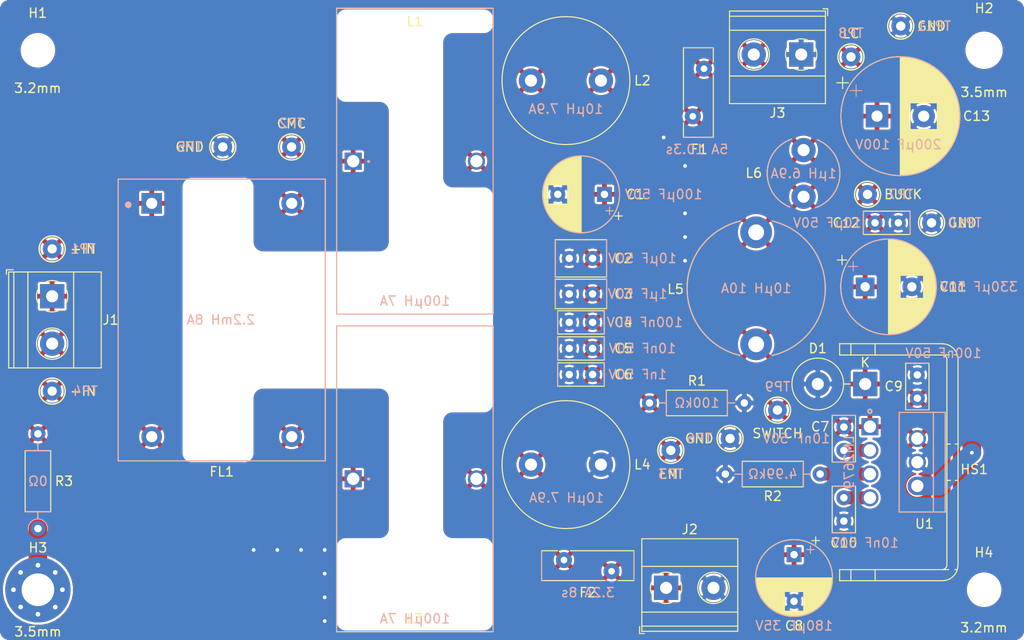
<source format=kicad_pcb>
(kicad_pcb (version 20171130) (host pcbnew "(5.1.9-0-10_14)")
  (layers (0 Front mixed) (31 Back mixed) (34 B.Paste user) (35 F.Paste user) (36 B.SilkS user) (37 F.SilkS user) (38 B.Mask user) (39 F.Mask user) (44 Edge.Cuts user))
  (net 0 "")
  (net 1 GND)
  (net 2 +12V)
  (net 3 "Net-(C7-Pad2)")
  (net 4 "Net-(C7-Pad1)")
  (net 5 "Net-(C10-Pad1)")
  (net 6 BUCK.OUT)
  (net 7 +5V)
  (net 8 "Net-(F1-Pad1)")
  (net 9 "Net-(F2-Pad1)")
  (net 10 "Net-(FL1-Pad1)")
  (net 11 "Net-(FL1-Pad4)")
  (net 12 "Net-(FL1-Pad3)")
  (net 13 "Net-(L1-Pad2)")
  (net 14 "Net-(L3-Pad2)")
  (net 15 "Net-(R2-Pad1)")
  (net 16 "Net-(H3-Pad1)")
  (net 17 -IN)
  (module Package_TO_SOT_THT:LM2679T-5.0&slash_NOPB (layer Front) (at 196.088 108.204 270)
    (fp_text reference U1 (at 10.414 -5.842 180) (layer F.SilkS))
    (fp_text value LM2679 (at 3.80746 2.22504 90) (layer B.SilkS) (effects (justify mirror)))
    (pad 1 thru_hole rect (at 0 0 270) (size 1.8288 1.8288) (drill 1.3208) (layers *.Cu *.Mask) (net 4 "Net-(C7-Pad1)"))
    (pad 2 thru_hole circle (at 1.27 -5.08 270) (size 1.8288 1.8288) (drill 1.3208) (layers *.Cu *.Mask) (net 2 +12V))
    (pad 3 thru_hole circle (at 2.54 0 270) (size 1.8288 1.8288) (drill 1.3208) (layers *.Cu *.Mask) (net 3 "Net-(C7-Pad2)"))
    (pad 4 thru_hole circle (at 3.81 -5.08 270) (size 1.8288 1.8288) (drill 1.3208) (layers *.Cu *.Mask) (net 1 GND))
    (pad 5 thru_hole circle (at 5.08 0 270) (size 1.8288 1.8288) (drill 1.3208) (layers *.Cu *.Mask) (net 15 "Net-(R2-Pad1)"))
    (pad 6 thru_hole circle (at 6.35 -5.08 270) (size 1.8288 1.8288) (drill 1.3208) (layers *.Cu *.Mask) (net 6 BUCK.OUT))
    (pad 7 thru_hole circle (at 7.62 0 270) (size 1.8288 1.8288) (drill 1.3208) (layers *.Cu *.Mask) (net 5 "Net-(C10-Pad1)"))
  )
  (module Resistor_THT:R_Axial_DIN0207_L6.3mm_D2.5mm_P10.16mm_Horizontal (layer Front) (at 190.754 113.284 180)
    (fp_text reference R2 (at 5.08 -2.37) (layer F.SilkS))
    (fp_text value 4.99kΩ (at 5.08 0) (layer B.SilkS) (effects (justify mirror)))
    (pad 2 thru_hole oval (at 10.16 0 180) (size 1.6 1.6) (drill 0.8) (layers *.Cu *.Mask) (net 1 GND))
    (pad 1 thru_hole circle (at 0 0 180) (size 1.6 1.6) (drill 0.8) (layers *.Cu *.Mask) (net 15 "Net-(R2-Pad1)"))
  )
  (module Resistor_THT:R_Axial_DIN0207_L6.3mm_D2.5mm_P10.16mm_Horizontal (layer Front) (at 172.466 105.664)
    (fp_text reference R1 (at 5.08 -2.37) (layer F.SilkS))
    (fp_text value 100kΩ (at 5.08 0) (layer B.SilkS) (effects (justify mirror)))
    (pad 2 thru_hole oval (at 10.16 0) (size 1.6 1.6) (drill 0.8) (layers *.Cu *.Mask) (net 1 GND))
    (pad 1 thru_hole circle (at 0 0) (size 1.6 1.6) (drill 0.8) (layers *.Cu *.Mask) (net 2 +12V))
  )
  (module TestPoint:TestPoint_Keystone_5000-5004_Miniature (layer Front) (at 195.834 83.312)
    (fp_text reference TP7 (at 3.556 0) (layer B.SilkS) (effects (justify mirror)))
    (fp_text value BUCK (at 3.81 0) (layer F.SilkS))
    (pad 1 thru_hole circle (at 0 0) (size 2 2) (drill 1) (layers *.Cu *.Mask) (net 6 BUCK.OUT))
  )
  (module Resistor_THT:R_Axial_DIN0207_L6.3mm_D2.5mm_P10.16mm_Horizontal (layer Front) (at 106.934 108.966 270)
    (fp_text reference R3 (at 5.08 -2.794 180) (layer F.SilkS))
    (fp_text value 0Ω (at 5.08 0 180) (layer B.SilkS) (effects (justify mirror)))
    (pad 2 thru_hole oval (at 10.16 0 270) (size 1.6 1.6) (drill 0.8) (layers *.Cu *.Mask) (net 16 "Net-(H3-Pad1)"))
    (pad 1 thru_hole circle (at 0 0 270) (size 1.6 1.6) (drill 0.8) (layers *.Cu *.Mask) (net 17 -IN))
  )
  (module MountingHole:MountingHole_3.5mm_Pad_Via (layer Front) (at 106.934 125.679)
    (fp_text reference H3 (at 0 -4.5) (layer F.SilkS))
    (fp_text value 3.5mm (at 0 4.5) (layer F.SilkS))
    (pad 1 thru_hole circle (at 1.856155 -1.856155) (size 0.8 0.8) (drill 0.5) (layers *.Cu *.Mask) (net 16 "Net-(H3-Pad1)"))
    (pad 1 thru_hole circle (at 0 -2.625) (size 0.8 0.8) (drill 0.5) (layers *.Cu *.Mask) (net 16 "Net-(H3-Pad1)"))
    (pad 1 thru_hole circle (at -1.856155 -1.856155) (size 0.8 0.8) (drill 0.5) (layers *.Cu *.Mask) (net 16 "Net-(H3-Pad1)"))
    (pad 1 thru_hole circle (at -2.625 0) (size 0.8 0.8) (drill 0.5) (layers *.Cu *.Mask) (net 16 "Net-(H3-Pad1)"))
    (pad 1 thru_hole circle (at -1.856155 1.856155) (size 0.8 0.8) (drill 0.5) (layers *.Cu *.Mask) (net 16 "Net-(H3-Pad1)"))
    (pad 1 thru_hole circle (at 0 2.625) (size 0.8 0.8) (drill 0.5) (layers *.Cu *.Mask) (net 16 "Net-(H3-Pad1)"))
    (pad 1 thru_hole circle (at 1.856155 1.856155) (size 0.8 0.8) (drill 0.5) (layers *.Cu *.Mask) (net 16 "Net-(H3-Pad1)"))
    (pad 1 thru_hole circle (at 2.625 0) (size 0.8 0.8) (drill 0.5) (layers *.Cu *.Mask) (net 16 "Net-(H3-Pad1)"))
    (pad 1 thru_hole circle (at 0 0) (size 7 7) (drill 3.5) (layers *.Cu *.Mask) (net 16 "Net-(H3-Pad1)"))
  )
  (module TestPoint:TestPoint_Keystone_5000-5004_Miniature (layer Front) (at 186.182 106.426)
    (fp_text reference TP9 (at 0 -2.5) (layer B.SilkS) (effects (justify mirror)))
    (fp_text value SWITCH (at 0 2.5) (layer F.SilkS))
    (pad 1 thru_hole circle (at 0 0) (size 2 2) (drill 1) (layers *.Cu *.Mask) (net 4 "Net-(C7-Pad1)"))
  )
  (module Inductor_THT:L_Radial_D14.8mm_P12.00mm_Würth_WE-FAMI (layer Front) (at 183.896 99.376 90)
    (fp_text reference L5 (at 5.904 -8.636 180) (layer F.SilkS))
    (fp_text value "10µH 10A" (at 6 0 180) (layer B.SilkS) (effects (justify mirror)))
    (pad 2 thru_hole circle (at 12 0 90) (size 3.4 3.4) (drill 1.7) (layers *.Cu *.Mask) (net 6 BUCK.OUT))
    (pad 1 thru_hole circle (at 0 0 90) (size 3.4 3.4) (drill 1.7) (layers *.Cu *.Mask) (net 4 "Net-(C7-Pad1)"))
  )
  (module Diode_THT:D_DO-201AE_P5.08mm_Vertical_KathodeUp (layer Front) (at 195.58 103.632 180)
    (fp_text reference D1 (at 5.08 3.81) (layer F.SilkS))
    (fp_text value STPS5L60)
    (fp_text user K (at 0 2.3) (layer F.SilkS))
    (pad 2 thru_hole oval (at 5.08 0 180) (size 2.6 2.6) (drill 1.3) (layers *.Cu *.Mask) (net 1 GND))
    (pad 1 thru_hole rect (at 0 0 180) (size 2.6 2.6) (drill 1.3) (layers *.Cu *.Mask) (net 4 "Net-(C7-Pad1)"))
  )
  (module Capacitor_THT:C_MLCC_W5.0mm_L2.5mm_P2.50mm (layer Front) (at 166.37 97.028 180)
    (fp_text reference C4 (at -3.302 0) (layer F.SilkS))
    (fp_text value "100nF 50V" (at -5.588 0) (layer B.SilkS) (effects (justify mirror)))
    (pad 2 thru_hole circle (at 2.5 0 180) (size 1.6 1.6) (drill 0.8) (layers *.Cu *.Mask) (net 1 GND))
    (pad 1 thru_hole circle (at 0 0 180) (size 1.6 1.6) (drill 0.8) (layers *.Cu *.Mask) (net 2 +12V))
  )
  (module Inductor_THT:L_Radial_D13.7mm_P7.50mm_Coilcraft_RFS1412 (layer Front) (at 167.266 112.268 180)
    (fp_text reference L4 (at -4.438 0) (layer F.SilkS))
    (fp_text value "10µH 7.9A" (at 3.69 -3.556) (layer B.SilkS) (effects (justify mirror)))
    (pad 2 thru_hole circle (at 7.5 0 180) (size 2.6 2.6) (drill 1.3) (layers *.Cu *.Mask) (net 14 "Net-(L3-Pad2)"))
    (pad 1 thru_hole circle (at 0 0 180) (size 2.6 2.6) (drill 1.3) (layers *.Cu *.Mask) (net 1 GND))
  )
  (module Inductor_THT:L_Radial_D13.7mm_P7.50mm_Coilcraft_RFS1412 (layer Front) (at 159.766 71.12)
    (fp_text reference L2 (at 11.938 0) (layer F.SilkS))
    (fp_text value "10µH 7.9A" (at 3.7338 3.048) (layer B.SilkS) (effects (justify mirror)))
    (pad 2 thru_hole circle (at 7.5 0) (size 2.6 2.6) (drill 1.3) (layers *.Cu *.Mask) (net 2 +12V))
    (pad 1 thru_hole circle (at 0 0) (size 2.6 2.6) (drill 1.3) (layers *.Cu *.Mask) (net 13 "Net-(L1-Pad2)"))
  )
  (module TestPoint:TestPoint_Keystone_5000-5004_Miniature (layer Front) (at 202.692 86.36 90)
    (fp_text reference TP10 (at 0 3.556 180) (layer B.SilkS) (effects (justify mirror)))
    (fp_text value GND (at 0 3.302 180) (layer F.SilkS))
    (pad 1 thru_hole circle (at 0 0 90) (size 2 2) (drill 1) (layers *.Cu *.Mask) (net 1 GND))
  )
  (module TestPoint:TestPoint_Keystone_5000-5004_Miniature (layer Front) (at 199.39 65.278 90)
    (fp_text reference TP11 (at 0 3.556 180) (layer B.SilkS) (effects (justify mirror)))
    (fp_text value GND (at 0 3.302 180) (layer F.SilkS))
    (pad 1 thru_hole circle (at 0 0 90) (size 2 2) (drill 1) (layers *.Cu *.Mask) (net 1 GND))
  )
  (module TestPoint:TestPoint_Keystone_5000-5004_Miniature (layer Front) (at 194.056 68.58 180)
    (fp_text reference TP8 (at 0 2.54) (layer B.SilkS) (effects (justify mirror)))
    (fp_text value LC (at 0 2.5) (layer F.SilkS))
    (pad 1 thru_hole circle (at 0 0 180) (size 2 2) (drill 1) (layers *.Cu *.Mask) (net 7 +5V))
  )
  (module TestPoint:TestPoint_Keystone_5000-5004_Miniature (layer Front) (at 181.102 109.474 90)
    (fp_text reference TP6 (at 0 -3.302 180) (layer B.SilkS) (effects (justify mirror)))
    (fp_text value GND (at 0 -3.302 180) (layer F.SilkS))
    (pad 1 thru_hole circle (at 0 0 90) (size 2 2) (drill 1) (layers *.Cu *.Mask) (net 1 GND))
  )
  (module TestPoint:TestPoint_Keystone_5000-5004_Miniature (layer Front) (at 126.746 78.232 270)
    (fp_text reference TP5 (at 0 3.556 180) (layer B.SilkS) (effects (justify mirror)))
    (fp_text value GND (at 0 3.556 180) (layer F.SilkS))
    (pad 1 thru_hole circle (at 0 0 270) (size 2 2) (drill 1) (layers *.Cu *.Mask) (net 1 GND))
  )
  (module TestPoint:TestPoint_Keystone_5000-5004_Miniature (layer Front) (at 108.458 104.394 90)
    (fp_text reference TP4 (at 0 3.556 180) (layer B.SilkS) (effects (justify mirror)))
    (fp_text value -IN (at 0 3.302 180) (layer F.SilkS))
    (pad 1 thru_hole circle (at 0 0 90) (size 2 2) (drill 1) (layers *.Cu *.Mask) (net 17 -IN))
  )
  (module TestPoint:TestPoint_Keystone_5000-5004_Miniature (layer Front) (at 174.752 110.744)
    (fp_text reference TP3 (at 0 2.54) (layer B.SilkS) (effects (justify mirror)))
    (fp_text value EMI (at 0 2.54) (layer F.SilkS))
    (pad 1 thru_hole circle (at 0 0) (size 2 2) (drill 1) (layers *.Cu *.Mask) (net 2 +12V))
  )
  (module TestPoint:TestPoint_Keystone_5000-5004_Miniature (layer Front) (at 134.112 78.232 180)
    (fp_text reference TP2 (at 0 2.54) (layer B.SilkS) (effects (justify mirror)))
    (fp_text value CMC (at 0 2.5) (layer F.SilkS))
    (pad 1 thru_hole circle (at 0 0 180) (size 2 2) (drill 1) (layers *.Cu *.Mask) (net 11 "Net-(FL1-Pad4)"))
  )
  (module TestPoint:TestPoint_Keystone_5000-5004_Miniature (layer Front) (at 108.458 89.154 180)
    (fp_text reference TP1 (at -3.302 0) (layer B.SilkS) (effects (justify mirror)))
    (fp_text value +IN (at -3.302 0) (layer F.SilkS))
    (pad 1 thru_hole circle (at 0 0 180) (size 2 2) (drill 1) (layers *.Cu *.Mask) (net 10 "Net-(FL1-Pad1)"))
  )
  (module Inductor_THT:L_Radial_D7.8mm_P5.00mm_Würth-Elektronik (layer Front) (at 188.976 83.566 90)
    (fp_text reference L6 (at 2.54 -5.334 180) (layer F.SilkS))
    (fp_text value "1µH 6.9A" (at 2.4892 0 180) (layer B.SilkS) (effects (justify mirror)))
    (pad 2 thru_hole circle (at 5 0 90) (size 2.6 2.6) (drill 1.3) (layers *.Cu *.Mask) (net 7 +5V))
    (pad 1 thru_hole circle (at 0 0 90) (size 2.6 2.6) (drill 1.3) (layers *.Cu *.Mask) (net 6 BUCK.OUT))
  )
  (module Inductor_THT:2312-V-RC (layer Front) (at 140.716 113.792)
    (fp_text reference L3 (at 6.604 14.986) (layer F.SilkS))
    (fp_text value "100µH 7A" (at 6.61416 14.986) (layer B.SilkS) (effects (justify mirror)))
    (pad 1 thru_hole rect (at 0 0) (size 1.8288 1.8288) (drill 1.3208) (layers *.Cu *.Mask) (net 12 "Net-(FL1-Pad3)"))
    (pad 2 thru_hole circle (at 13.208 0) (size 1.8288 1.8288) (drill 1.3208) (layers *.Cu *.Mask) (net 14 "Net-(L3-Pad2)"))
  )
  (module Inductor_THT:2312-V-RC (layer Front) (at 140.716 79.756)
    (fp_text reference L1 (at 6.604 -14.986) (layer F.SilkS))
    (fp_text value "100µH 7A" (at 6.61416 14.986) (layer B.SilkS) (effects (justify mirror)))
    (pad 1 thru_hole rect (at 0 0) (size 1.8288 1.8288) (drill 1.3208) (layers *.Cu *.Mask) (net 11 "Net-(FL1-Pad4)"))
    (pad 2 thru_hole circle (at 13.208 0) (size 1.8288 1.8288) (drill 1.3208) (layers *.Cu *.Mask) (net 13 "Net-(L1-Pad2)"))
  )
  (module TerminalBlock_Phoenix:TerminalBlock_Phoenix_MKDS-1,5-2-5.08_1x02_P5.08mm_Horizontal (layer Front) (at 174.244 125.476)
    (fp_text reference J2 (at 2.54 -6.26) (layer F.SilkS))
    (fp_text value OUTPUT)
    (pad 2 thru_hole circle (at 5.08 0) (size 2.6 2.6) (drill 1.3) (layers *.Cu *.Mask) (net 1 GND))
    (pad 1 thru_hole rect (at 0 0) (size 2.6 2.6) (drill 1.3) (layers *.Cu *.Mask) (net 9 "Net-(F2-Pad1)"))
  )
  (module TerminalBlock_Phoenix:TerminalBlock_Phoenix_MKDS-1,5-2-5.08_1x02_P5.08mm_Horizontal (layer Front) (at 188.722 68.326 180)
    (fp_text reference J3 (at 2.54 -6.26) (layer F.SilkS))
    (fp_text value OUTPUT)
    (pad 2 thru_hole circle (at 5.08 0 180) (size 2.6 2.6) (drill 1.3) (layers *.Cu *.Mask) (net 8 "Net-(F1-Pad1)"))
    (pad 1 thru_hole rect (at 0 0 180) (size 2.6 2.6) (drill 1.3) (layers *.Cu *.Mask) (net 1 GND))
  )
  (module TerminalBlock_Phoenix:TerminalBlock_Phoenix_MKDS-1,5-2-5.08_1x02_P5.08mm_Horizontal (layer Front) (at 108.458 94.229 270)
    (fp_text reference J1 (at 2.54 -6.26 180) (layer F.SilkS))
    (fp_text value INPUT)
    (pad 2 thru_hole circle (at 5.08 0 270) (size 2.6 2.6) (drill 1.3) (layers *.Cu *.Mask) (net 17 -IN))
    (pad 1 thru_hole rect (at 0 0 270) (size 2.6 2.6) (drill 1.3) (layers *.Cu *.Mask) (net 10 "Net-(FL1-Pad1)"))
  )
  (module Heatsink:Heatsink_CUI_HSS-B20-NPR-02 (layer Front) (at 205.232 110.066575 90)
    (fp_text reference HS1 (at -2.709425 2.032 180) (layer F.SilkS))
    (fp_text value HSS-B20-NPR-02)
  )
  (module MountingHole:MountingHole_3.2mm_M3 (layer Front) (at 208.326 125.679)
    (fp_text reference H4 (at -0.0254 -3.9878) (layer F.SilkS))
    (fp_text value 3.2mm (at -0.0254 4.064) (layer F.SilkS))
    (pad 1 np_thru_hole circle (at 0 0) (size 3.2 3.2) (drill 3.2) (layers *.Cu *.Mask))
  )
  (module MountingHole:MountingHole_3.5mm (layer Front) (at 208.326 67.869)
    (fp_text reference H2 (at 0 -4.5) (layer F.SilkS))
    (fp_text value 3.5mm (at 0 4.5) (layer F.SilkS))
    (pad 1 np_thru_hole circle (at 0 0) (size 3.5 3.5) (drill 3.5) (layers *.Cu *.Mask))
  )
  (module MountingHole:MountingHole_3.2mm_M3 (layer Front) (at 106.934 67.869)
    (fp_text reference H1 (at -0.0254 -3.9878) (layer F.SilkS))
    (fp_text value 3.2mm (at -0.0254 4.064) (layer F.SilkS))
    (pad 1 np_thru_hole circle (at 0 0) (size 3.2 3.2) (drill 3.2) (layers *.Cu *.Mask))
  )
  (module Inductor_THT:L_CommonMode_Wuerth_WE-CMB-XL (layer Front) (at 119.126 84.274)
    (fp_text reference FL1 (at 7.5 28.756) (layer F.SilkS))
    (fp_text value "2.2mH 8A" (at 7.4168 12.4714) (layer B.SilkS) (effects (justify mirror)))
    (fp_text user • (at -2.5146 0) (layer B.SilkS) (effects (font (size 2 2))))
    (fp_text user • (at -2.5146 0) (layer F.SilkS) (effects (font (size 2 2))))
    (pad 1 thru_hole rect (at 0 0) (size 2.2 2.2) (drill 1.2) (layers *.Cu *.Mask) (net 10 "Net-(FL1-Pad1)"))
    (pad 4 thru_hole circle (at 15 0) (size 2.2 2.2) (drill 1.2) (layers *.Cu *.Mask) (net 11 "Net-(FL1-Pad4)"))
    (pad 3 thru_hole circle (at 15 25) (size 2.2 2.2) (drill 1.2) (layers *.Cu *.Mask) (net 12 "Net-(FL1-Pad3)"))
    (pad 2 thru_hole circle (at 0 25) (size 2.2 2.2) (drill 1.2) (layers *.Cu *.Mask) (net 17 -IN))
  )
  (module Fuse:Fuse_Bourns_MF-RHT100 (layer Front) (at 168.402 123.698 180)
    (fp_text reference F2 (at 2.55 -2.286) (layer F.SilkS))
    (fp_text value "3.2A 8s" (at 2.54 -2.286) (layer B.SilkS) (effects (justify mirror)))
    (pad 2 thru_hole circle (at 5.1 1.2 180) (size 1.71 1.71) (drill 0.71) (layers *.Cu *.Mask) (net 2 +12V))
    (pad 1 thru_hole circle (at 0 0 180) (size 1.71 1.71) (drill 0.71) (layers *.Cu *.Mask) (net 9 "Net-(F2-Pad1)"))
  )
  (module Fuse:Fuse_Bourns_MF-RHT200 (layer Front) (at 178.308 69.85 270)
    (fp_text reference F1 (at 8.636 0.508 180) (layer F.SilkS))
    (fp_text value "5A 10.3s" (at 8.636 0.762 180) (layer B.SilkS) (effects (justify mirror)))
    (pad 2 thru_hole circle (at 5.1 1.2 270) (size 1.71 1.71) (drill 0.71) (layers *.Cu *.Mask) (net 7 +5V))
    (pad 1 thru_hole circle (at 0 0 270) (size 1.71 1.71) (drill 0.71) (layers *.Cu *.Mask) (net 8 "Net-(F1-Pad1)"))
  )
  (module Capacitor_THT:CP_Radial_D12.5mm_P5.00mm (layer Front) (at 196.85 74.93)
    (fp_text reference C13 (at 10.668 0) (layer F.SilkS))
    (fp_text value "200µF 100V" (at 2.286 3.048) (layer B.SilkS) (effects (justify mirror)))
    (pad 2 thru_hole circle (at 5 0) (size 2.4 2.4) (drill 1.2) (layers *.Cu *.Mask) (net 1 GND))
    (pad 1 thru_hole rect (at 0 0) (size 2.4 2.4) (drill 1.2) (layers *.Cu *.Mask) (net 7 +5V))
  )
  (module Capacitor_THT:C_MLCC_W5.0mm_L2.5mm_P2.50mm (layer Front) (at 196.636 86.36)
    (fp_text reference C12 (at -3.088 0) (layer F.SilkS))
    (fp_text value "10µF 50V" (at -5.12 0) (layer B.SilkS) (effects (justify mirror)))
    (pad 2 thru_hole circle (at 2.5 0) (size 1.6 1.6) (drill 0.8) (layers *.Cu *.Mask) (net 1 GND))
    (pad 1 thru_hole circle (at 0 0) (size 1.6 1.6) (drill 0.8) (layers *.Cu *.Mask) (net 6 BUCK.OUT))
  )
  (module Capacitor_THT:CP_Radial_D10.0mm_P5.00mm (layer Front) (at 195.58 93.218)
    (fp_text reference C11 (at 9.398 0) (layer F.SilkS))
    (fp_text value "330µF 50V" (at 12.192 0) (layer B.SilkS) (effects (justify mirror)))
    (pad 2 thru_hole circle (at 5 0) (size 2 2) (drill 1) (layers *.Cu *.Mask) (net 1 GND))
    (pad 1 thru_hole rect (at 0 0) (size 2 2) (drill 1) (layers *.Cu *.Mask) (net 6 BUCK.OUT))
  )
  (module Capacitor_THT:C_MLCC_W5.0mm_L2.5mm_P2.50mm (layer Front) (at 193.294 115.824 270)
    (fp_text reference C10 (at 4.826 0 180) (layer F.SilkS))
    (fp_text value "10nF 50V" (at 4.826 -2.286 180) (layer B.SilkS) (effects (justify mirror)))
    (pad 2 thru_hole circle (at 2.5 0 270) (size 1.6 1.6) (drill 0.8) (layers *.Cu *.Mask) (net 1 GND))
    (pad 1 thru_hole circle (at 0 0 270) (size 1.6 1.6) (drill 0.8) (layers *.Cu *.Mask) (net 5 "Net-(C10-Pad1)"))
  )
  (module Capacitor_THT:C_MLCC_W5.0mm_L2.5mm_P2.50mm (layer Front) (at 201.168 105.156 90)
    (fp_text reference C9 (at 1.27 -2.54 180) (layer F.SilkS))
    (fp_text value "100nF 50V" (at 4.826 2.794 180) (layer B.SilkS) (effects (justify mirror)))
    (pad 2 thru_hole circle (at 2.5 0 90) (size 1.6 1.6) (drill 0.8) (layers *.Cu *.Mask) (net 1 GND))
    (pad 1 thru_hole circle (at 0 0 90) (size 1.6 1.6) (drill 0.8) (layers *.Cu *.Mask) (net 2 +12V))
  )
  (module Capacitor_THT:CP_Radial_D8.0mm_P5.00mm (layer Front) (at 187.96 121.92 270)
    (fp_text reference C8 (at 7.62 0 180) (layer F.SilkS))
    (fp_text value "180µF 35V" (at 7.62 0 180) (layer B.SilkS) (effects (justify mirror)))
    (pad 2 thru_hole circle (at 5 0 270) (size 1.6 1.6) (drill 0.8) (layers *.Cu *.Mask) (net 1 GND))
    (pad 1 thru_hole rect (at 0 0 270) (size 1.6 1.6) (drill 0.8) (layers *.Cu *.Mask) (net 2 +12V))
  )
  (module Capacitor_THT:C_MLCC_W5.0mm_L2.5mm_P2.50mm (layer Front) (at 193.294 108.244 270)
    (fp_text reference C7 (at -0.04 2.54 180) (layer F.SilkS))
    (fp_text value "10nF 50V" (at 1.23 5.08 180) (layer B.SilkS) (effects (justify mirror)))
    (pad 2 thru_hole circle (at 2.5 0 270) (size 1.6 1.6) (drill 0.8) (layers *.Cu *.Mask) (net 3 "Net-(C7-Pad2)"))
    (pad 1 thru_hole circle (at 0 0 270) (size 1.6 1.6) (drill 0.8) (layers *.Cu *.Mask) (net 4 "Net-(C7-Pad1)"))
  )
  (module Capacitor_THT:C_MLCC_W5.0mm_L2.5mm_P2.50mm (layer Front) (at 166.37 102.616 180)
    (fp_text reference C6 (at -3.302 0) (layer F.SilkS))
    (fp_text value "1nF 50V" (at -4.826 0) (layer B.SilkS) (effects (justify mirror)))
    (pad 2 thru_hole circle (at 2.5 0 180) (size 1.6 1.6) (drill 0.8) (layers *.Cu *.Mask) (net 1 GND))
    (pad 1 thru_hole circle (at 0 0 180) (size 1.6 1.6) (drill 0.8) (layers *.Cu *.Mask) (net 2 +12V))
  )
  (module Capacitor_THT:C_MLCC_W5.0mm_L2.5mm_P2.50mm (layer Front) (at 166.37 99.822 180)
    (fp_text reference C5 (at -3.302 0) (layer F.SilkS))
    (fp_text value "10nF 50V" (at -5.334 0) (layer B.SilkS) (effects (justify mirror)))
    (pad 2 thru_hole circle (at 2.5 0 180) (size 1.6 1.6) (drill 0.8) (layers *.Cu *.Mask) (net 1 GND))
    (pad 1 thru_hole circle (at 0 0 180) (size 1.6 1.6) (drill 0.8) (layers *.Cu *.Mask) (net 2 +12V))
  )
  (module Capacitor_THT:C_MLCC_W5.5mm_L3.15mm_P2.50mm (layer Front) (at 166.37 93.98 180)
    (fp_text reference C3 (at -3.302 0) (layer F.SilkS))
    (fp_text value "1µF 50V" (at -4.826 0) (layer B.SilkS) (effects (justify mirror)))
    (pad 2 thru_hole circle (at 2.5 0 180) (size 1.6 1.6) (drill 0.8) (layers *.Cu *.Mask) (net 1 GND))
    (pad 1 thru_hole circle (at 0 0 180) (size 1.6 1.6) (drill 0.8) (layers *.Cu *.Mask) (net 2 +12V))
  )
  (module Capacitor_THT:C_MLCC_W5.5mm_L4.0mm_P2.50mm (layer Front) (at 166.37 90.17 180)
    (fp_text reference C2 (at -3.302 0) (layer F.SilkS))
    (fp_text value "10µF 50V" (at -5.334 0) (layer B.SilkS) (effects (justify mirror)))
    (pad 2 thru_hole circle (at 2.5 0 180) (size 1.6 1.6) (drill 0.8) (layers *.Cu *.Mask) (net 1 GND))
    (pad 1 thru_hole circle (at 0 0 180) (size 1.6 1.6) (drill 0.8) (layers *.Cu *.Mask) (net 2 +12V))
  )
  (module Capacitor_THT:CP_Radial_D8.0mm_P5.00mm (layer Front) (at 167.64 83.312 180)
    (fp_text reference C1 (at -3.302 0) (layer F.SilkS))
    (fp_text value "100µF 50V" (at -6.35 0) (layer B.SilkS) (effects (justify mirror)))
    (pad 2 thru_hole circle (at 5 0 180) (size 1.6 1.6) (drill 0.8) (layers *.Cu *.Mask) (net 1 GND))
    (pad 1 thru_hole rect (at 0 0 180) (size 1.6 1.6) (drill 0.8) (layers *.Cu *.Mask) (net 2 +12V))
  )
  (via (at 176.276 80.264) (size 0.8) (drill 0.4) (layers Front Back) (net 1))
  (via (at 176.276 85.344) (size 0.8) (drill 0.4) (layers Front Back) (net 1))
  (via (at 176.276 87.884) (size 0.8) (drill 0.4) (layers Front Back) (net 1))
  (via (at 176.276 90.424) (size 0.8) (drill 0.4) (layers Front Back) (net 1))
  (via (at 173.99 77.216) (size 0.8) (drill 0.4) (layers Front Back) (net 1))
  (via (at 137.668 121.412) (size 0.8) (drill 0.4) (layers Front Back) (net 1))
  (via (at 137.668 123.952) (size 0.8) (drill 0.4) (layers Front Back) (net 1))
  (via (at 137.668 126.492) (size 0.8) (drill 0.4) (layers Front Back) (net 1))
  (via (at 137.668 129.032) (size 0.8) (drill 0.4) (layers Front Back) (net 1))
  (via (at 135.128 121.412) (size 0.8) (drill 0.4) (layers Front Back) (net 1))
  (via (at 132.588 121.412) (size 0.8) (drill 0.4) (layers Front Back) (net 1))
  (via (at 130.048 121.412) (size 0.8) (drill 0.4) (layers Front Back) (net 1))
  (segment (start 193.294 110.744) (end 196.088 110.744) (width 1.4) (layer Front) (net 3))
  (segment (start 193.294 115.824) (end 196.088 115.824) (width 1.4) (layer Front) (net 5))
  (via (at 207.01 110.998) (size 0.8) (drill 0.4) (layers Front Back) (net 6))
  (segment (start 203.454 114.554) (end 207.01 110.998) (width 2) (layer Back) (net 6))
  (segment (start 201.113246 114.554) (end 203.454 114.554) (width 2) (layer Back) (net 6))
  (segment (start 200.152 96.012) (end 196.85 96.012) (width 2) (layer Front) (net 6))
  (segment (start 207.01 102.87) (end 200.152 96.012) (width 2) (layer Front) (net 6))
  (segment (start 207.01 110.998) (end 207.01 102.87) (width 2) (layer Front) (net 6))
  (segment (start 190.754 113.284) (end 196.088 113.284) (width 1.4) (layer Front) (net 15))
  (segment (start 106.934 119.126) (end 106.934 125.679) (width 2) (layer Front) (net 16))
  (zone (net 4) (net_name "Net-(C7-Pad1)") (layer Front) (connect_pads (clearance 0)) (min_thickness 0.254) (fill yes (arc_segments 32) (thermal_gap 0.254) (thermal_bridge_width 0.508) (smoothing fillet) (radius 1))
    (polygon (pts (xy 186.69 97.536) (xy 197.866 97.536) (xy 197.866 109.474) (xy 187.96 109.474) (xy 187.96 108.712) (xy 184.15 108.712) (xy 184.15 103.886) (xy 177.546 103.886) (xy 177.546 92.964) (xy 186.69 92.964)))
  )
  (zone (net 6) (net_name BUCK.OUT) (layer Front) (connect_pads (clearance 0)) (min_thickness 0.254) (fill yes (arc_segments 32) (thermal_gap 0.254) (thermal_bridge_width 0.508) (smoothing fillet) (radius 1))
    (polygon (pts (xy 197.866 97.282) (xy 186.944 97.282) (xy 186.944 92.71) (xy 177.546 92.71) (xy 177.546 81.28) (xy 197.866 81.28)))
  )
  (zone (net 7) (net_name +5V) (layer Front) (connect_pads (clearance 0)) (min_thickness 0.254) (fill yes (arc_segments 32) (thermal_gap 0.254) (thermal_bridge_width 0.508) (smoothing fillet) (radius 1))
    (polygon (pts (xy 199.136 81.026) (xy 177.546 81.026) (xy 177.546 77.724) (xy 175.26 77.724) (xy 175.26 72.39) (xy 180.594 72.39) (xy 180.594 73.914) (xy 192.278 73.914) (xy 192.278 66.548) (xy 195.834 66.548) (xy 195.834 68.58) (xy 199.136 68.58)))
  )
  (zone (net 8) (net_name "Net-(F1-Pad1)") (layer Front) (connect_pads (clearance 0)) (min_thickness 0.254) (fill yes (arc_segments 32) (thermal_gap 0.254) (thermal_bridge_width 0.508) (smoothing fillet) (radius 1))
    (polygon (pts (xy 186.182 73.66) (xy 180.848 73.66) (xy 180.848 72.136) (xy 175.26 72.136) (xy 175.26 62.484) (xy 186.182 62.484)))
  )
  (zone (net 9) (net_name "Net-(F2-Pad1)") (layer Front) (connect_pads (clearance 0)) (min_thickness 0.254) (fill yes (arc_segments 32) (thermal_gap 0.254) (thermal_bridge_width 0.508) (smoothing fillet) (radius 1))
    (polygon (pts (xy 176.784 130.302) (xy 166.116 130.302) (xy 166.116 120.142) (xy 176.784 120.142)))
  )
  (zone (net 2) (net_name +12V) (layer Front) (connect_pads (clearance 0)) (min_thickness 0.254) (fill yes (arc_segments 32) (thermal_gap 0.254) (thermal_bridge_width 0.508) (smoothing fillet) (radius 1))
    (polygon (pts (xy 175.006 81.28) (xy 175.006 107.95) (xy 177.038 107.95) (xy 177.038 115.062) (xy 186.436 115.062) (xy 186.436 117.856) (xy 189.484 117.856) (xy 189.484 119.888) (xy 199.644 119.888) (xy 199.644 116.84) (xy 202.946 116.84) (xy 202.946 110.744) (xy 199.644 110.744) (xy 199.644 103.886) (xy 204.724 103.886) (xy 204.724 124.46) (xy 182.118 124.46) (xy 182.118 119.888) (xy 165.862 119.888) (xy 165.862 125.222) (xy 160.274 125.222) (xy 160.274 115.316) (xy 169.926 115.316) (xy 169.926 104.648) (xy 165.1 104.648) (xy 165.1 88.392) (xy 165.1 79.502) (xy 165.1 66.04) (xy 172.72 66.04) (xy 172.72 81.28)))
  )
  (zone (net 1) (net_name GND) (layer Back) (connect_pads (clearance 0)) (min_thickness 0.254) (fill yes (arc_segments 32) (thermal_gap 0.254) (thermal_bridge_width 0.508) (smoothing fillet) (radius 1))
    (polygon (pts (xy 212.598 131.064) (xy 102.87 131.064) (xy 102.87 62.484) (xy 212.598 62.484)))
  )
  (zone (net 14) (net_name "Net-(L3-Pad2)") (layer Front) (connect_pads (clearance 0)) (min_thickness 0.254) (fill yes (arc_segments 32) (thermal_gap 0.254) (thermal_bridge_width 0.508) (smoothing fillet) (radius 1))
    (polygon (pts (xy 162.814 115.062) (xy 160.02 115.062) (xy 160.02 120.142) (xy 150.368 120.142) (xy 150.368 106.68) (xy 162.814 106.68)))
  )
  (zone (net 13) (net_name "Net-(L1-Pad2)") (layer Front) (connect_pads (clearance 0)) (min_thickness 0.254) (fill yes (arc_segments 32) (thermal_gap 0.254) (thermal_bridge_width 0.508) (smoothing fillet) (radius 1))
    (polygon (pts (xy 162.052 77.978) (xy 158.242 77.978) (xy 158.242 82.55) (xy 150.368 82.55) (xy 150.368 66.04) (xy 162.052 66.04)))
  )
  (zone (net 12) (net_name "Net-(FL1-Pad3)") (layer Front) (connect_pads (clearance 0)) (min_thickness 0.254) (fill yes (arc_segments 32) (thermal_gap 0.254) (thermal_bridge_width 0.508) (smoothing fillet) (radius 1))
    (polygon (pts (xy 144.526 120.142) (xy 130.048 120.142) (xy 130.048 104.14) (xy 144.526 104.14)))
  )
  (zone (net 11) (net_name "Net-(FL1-Pad4)") (layer Front) (connect_pads (clearance 0)) (min_thickness 0.254) (fill yes (arc_segments 32) (thermal_gap 0.254) (thermal_bridge_width 0.508) (smoothing fillet) (radius 1))
    (polygon (pts (xy 144.526 89.408) (xy 130.048 89.408) (xy 130.048 73.406) (xy 144.526 73.406)))
  )
  (zone (net 10) (net_name "Net-(FL1-Pad1)") (layer Front) (connect_pads (clearance 0)) (min_thickness 0.254) (fill yes (arc_segments 32) (thermal_gap 0.254) (thermal_bridge_width 0.508) (smoothing fillet) (radius 1))
    (polygon (pts (xy 122.428 96.52) (xy 103.378 96.52) (xy 103.378 80.772) (xy 122.428 80.772)))
  )
  (zone (net 17) (net_name -IN) (layer Front) (connect_pads (clearance 0)) (min_thickness 0.254) (fill yes (arc_segments 32) (thermal_gap 0.254) (thermal_bridge_width 0.508) (smoothing fillet) (radius 1))
    (polygon (pts (xy 122.428 112.776) (xy 103.378 112.776) (xy 103.378 97.028) (xy 122.428 97.028)))
  )
  (zone (net 1) (net_name GND) (layer Front) (connect_pads (clearance 0)) (min_thickness 0.254) (fill yes (arc_segments 32) (thermal_gap 0.254) (thermal_bridge_width 0.508) (smoothing fillet) (radius 1))
    (polygon (pts (xy 175.006 77.978) (xy 177.292 77.978) (xy 177.292 104.14) (xy 183.896 104.14) (xy 183.896 108.966) (xy 187.706 108.966) (xy 187.706 109.728) (xy 198.12 109.728) (xy 198.12 81.28) (xy 199.39 81.28) (xy 199.39 68.326) (xy 196.088 68.326) (xy 196.088 66.294) (xy 192.024 66.294) (xy 192.024 73.66) (xy 186.436 73.66) (xy 186.436 62.484) (xy 212.598 62.484) (xy 212.598 131.064) (xy 155.702 131.064) (xy 155.702 120.396) (xy 160.02 120.396) (xy 160.02 125.476) (xy 165.862 125.476) (xy 165.862 130.556) (xy 177.038 130.556) (xy 177.038 120.142) (xy 181.864 120.142) (xy 181.864 124.714) (xy 204.978 124.714) (xy 204.978 103.632) (xy 199.39 103.632) (xy 199.39 110.998) (xy 202.692 110.998) (xy 202.692 116.586) (xy 199.39 116.586) (xy 199.39 119.634) (xy 189.738 119.634) (xy 189.738 117.602) (xy 186.69 117.602) (xy 186.69 114.808) (xy 177.292 114.808) (xy 177.292 107.696) (xy 175.26 107.696) (xy 175.26 81.026) (xy 172.974 81.026) (xy 172.974 65.786) (xy 164.846 65.786) (xy 164.846 104.902) (xy 169.672 104.902) (xy 169.672 115.062) (xy 163.068 115.062) (xy 163.068 106.426) (xy 155.702 106.426) (xy 155.702 82.804) (xy 158.496 82.804) (xy 158.496 78.232) (xy 162.306 78.232) (xy 162.306 65.786) (xy 155.702 65.786) (xy 155.702 62.484) (xy 175.006 62.484)))
  )
  (zone (net 1) (net_name GND) (layer Front) (connect_pads (clearance 0)) (min_thickness 0.254) (fill yes (arc_segments 32) (thermal_gap 0.254) (thermal_bridge_width 0.508) (smoothing fillet) (radius 1))
    (polygon (pts (xy 129.794 120.396) (xy 138.938 120.396) (xy 138.938 131.064) (xy 102.87 131.064) (xy 102.87 113.03) (xy 122.682 113.03) (xy 122.682 112.014) (xy 129.794 112.014)))
  )
  (zone (net 1) (net_name GND) (layer Front) (connect_pads (clearance 0)) (min_thickness 0.254) (fill yes (arc_segments 32) (thermal_gap 0.254) (thermal_bridge_width 0.508) (smoothing fillet) (radius 1))
    (polygon (pts (xy 138.938 73.152) (xy 129.794 73.152) (xy 129.794 81.534) (xy 122.682 81.534) (xy 122.682 80.518) (xy 102.87 80.518) (xy 102.87 62.484) (xy 138.938 62.484)))
  )
  (zone (net 0) (net_name "") (layers F&B.Cu) (connect_pads (clearance 0)) (min_thickness 0.254)
    (keepout (tracks not_allowed) (vias not_allowed) (copperpour not_allowed))
    (fill (arc_segments 32) (thermal_gap 0.254) (thermal_bridge_width 0.508) (smoothing fillet) (radius 1))
    (polygon (pts (xy 155.702 66.04) (xy 150.368 66.04) (xy 150.368 82.55) (xy 155.702 82.55) (xy 155.702 106.68) (xy 150.368 106.68) (xy 150.368 120.142) (xy 155.702 120.142) (xy 155.702 130.048) (xy 138.938 130.048) (xy 138.938 120.142) (xy 144.526 120.142) (xy 144.526 104.14) (xy 130.048 104.14) (xy 130.048 112.014) (xy 122.428 112.014) (xy 122.428 81.534) (xy 130.048 81.534) (xy 130.048 89.408) (xy 144.526 89.408) (xy 144.526 73.406) (xy 138.938 73.406) (xy 138.938 63.5) (xy 155.702 63.5)))
  )
)
</source>
